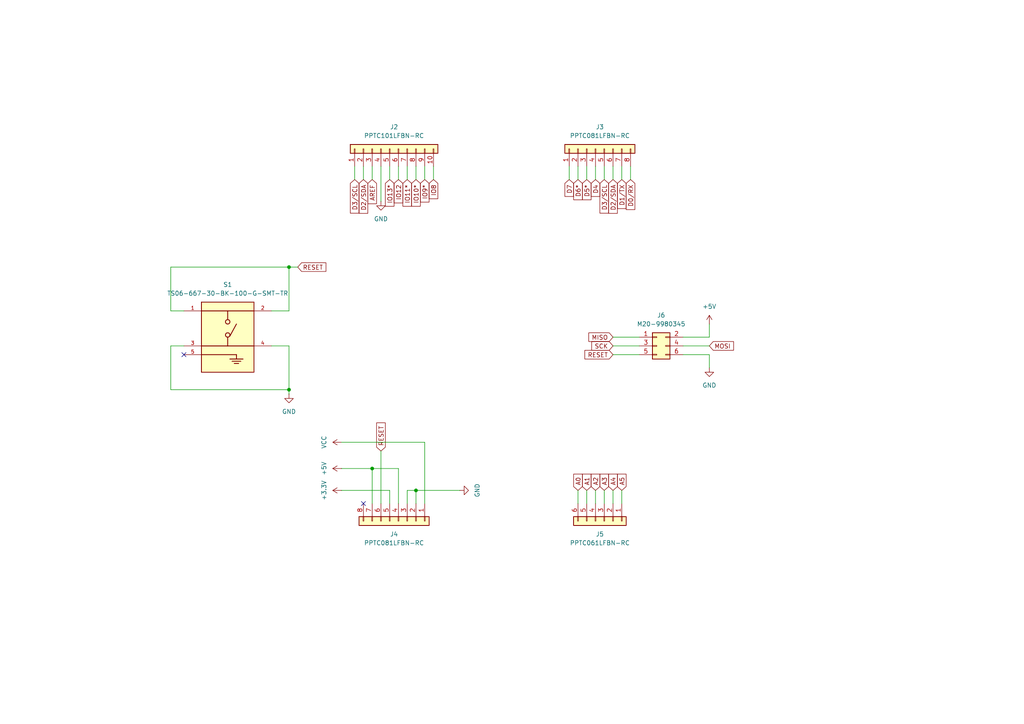
<source format=kicad_sch>
(kicad_sch (version 20231120) (generator "eeschema") (generator_version "8.0")
  (paper "A4")
  (title_block (title "Arduino Leonardo Headers") (date "2024-06-07") (rev "1") (company "Carlos Sabogal"))
  (lib_symbols
    (symbol "Arduino Leonardo:TS06-667-30-BK-100-G-SMT-TR" (pin_names (offset 1.016))
      (property "Reference" "S" (at -7.62 10.922 0))
      (property "Value" "TS06-667-30-BK-100-G-SMT-TR" (at -7.62 -10.922 0))
      (symbol "TS06-667-30-BK-100-G-SMT-TR_0_0"
        (rectangle (start -7.62 10.16) (end 7.62 -10.16) (stroke (width 0.254)) (fill (type background)))
        (polyline (pts (xy -7.62 -5.08) (xy 2.54 -5.08)) (stroke (width 0.254)))
        (polyline (pts (xy 0 -2.54) (xy -7.62 -2.54)) (stroke (width 0.254)))
        (polyline (pts (xy 0 -2.54) (xy 7.62 -2.54)) (stroke (width 0.254)))
        (polyline (pts (xy 0 0) (xy 0 -2.54)) (stroke (width 0.254)))
        (polyline (pts (xy 0 7.62) (xy -7.62 7.62)) (stroke (width 0.254)))
        (polyline (pts (xy 0 7.62) (xy 0 5.08)) (stroke (width 0.254)))
        (polyline (pts (xy 0 7.62) (xy 7.62 7.62)) (stroke (width 0.254)))
        (polyline (pts (xy 0.635 -6.35) (xy 2.54 -6.35)) (stroke (width 0.254)))
        (polyline (pts (xy 0.635 0.3175) (xy 2.54 3.81)) (stroke (width 0.254)))
        (polyline (pts (xy 1.27 -6.985) (xy 3.81 -6.985)) (stroke (width 0.254)))
        (polyline (pts (xy 1.905 -7.62) (xy 3.175 -7.62)) (stroke (width 0.254)))
        (polyline (pts (xy 2.54 -6.35) (xy 4.445 -6.35)) (stroke (width 0.254)))
        (polyline (pts (xy 2.54 -5.08) (xy 2.54 -6.35)) (stroke (width 0.254)))
        (circle (center 0 0.635) (radius 0.635) (stroke (width 0.254)))
        (circle (center 0 4.445) (radius 0.635) (stroke (width 0.254)))
        (pin passive line (at -12.7 7.62 0) (length 5.08) (name "~") (number "1"))
        (pin passive line (at 12.7 7.62 180) (length 5.08) (name "~") (number "2"))
        (pin passive line (at -12.7 -2.54 0) (length 5.08) (name "~") (number "3"))
        (pin passive line (at 12.7 -2.54 180) (length 5.08) (name "~") (number "4"))
        (pin passive line (at -12.7 -5.08 0) (length 5.08) (name "~") (number "5"))
      )
    )
    (symbol "Connector_Generic:Conn_01x06" (pin_names (offset 1.016) hide)
      (property "Reference" "J" (at 0 7.62 0))
      (property "Value" "Conn_01x06" (at 0 -10.16 0))
      (symbol "Conn_01x06_1_1"
        (rectangle (start -1.27 -7.493) (end 0 -7.747) (stroke (width 0.1524)))
        (rectangle (start -1.27 -4.953) (end 0 -5.207) (stroke (width 0.1524)))
        (rectangle (start -1.27 -2.413) (end 0 -2.667) (stroke (width 0.1524)))
        (rectangle (start -1.27 0.127) (end 0 -0.127) (stroke (width 0.1524)))
        (rectangle (start -1.27 2.667) (end 0 2.413) (stroke (width 0.1524)))
        (rectangle (start -1.27 5.207) (end 0 4.953) (stroke (width 0.1524)))
        (rectangle (start -1.27 6.35) (end 1.27 -8.89) (stroke (width 0.254)) (fill (type background)))
        (pin passive line (at -5.08 5.08 0) (length 3.81) (name "Pin_1") (number "1"))
        (pin passive line (at -5.08 2.54 0) (length 3.81) (name "Pin_2") (number "2"))
        (pin passive line (at -5.08 0 0) (length 3.81) (name "Pin_3") (number "3"))
        (pin passive line (at -5.08 -2.54 0) (length 3.81) (name "Pin_4") (number "4"))
        (pin passive line (at -5.08 -5.08 0) (length 3.81) (name "Pin_5") (number "5"))
        (pin passive line (at -5.08 -7.62 0) (length 3.81) (name "Pin_6") (number "6"))
      )
    )
    (symbol "Connector_Generic:Conn_01x08" (pin_names (offset 1.016) hide)
      (property "Reference" "J" (at 0 10.16 0))
      (property "Value" "Conn_01x08" (at 0 -12.7 0))
      (symbol "Conn_01x08_1_1"
        (rectangle (start -1.27 -10.033) (end 0 -10.287) (stroke (width 0.1524)))
        (rectangle (start -1.27 -7.493) (end 0 -7.747) (stroke (width 0.1524)))
        (rectangle (start -1.27 -4.953) (end 0 -5.207) (stroke (width 0.1524)))
        (rectangle (start -1.27 -2.413) (end 0 -2.667) (stroke (width 0.1524)))
        (rectangle (start -1.27 0.127) (end 0 -0.127) (stroke (width 0.1524)))
        (rectangle (start -1.27 2.667) (end 0 2.413) (stroke (width 0.1524)))
        (rectangle (start -1.27 5.207) (end 0 4.953) (stroke (width 0.1524)))
        (rectangle (start -1.27 7.747) (end 0 7.493) (stroke (width 0.1524)))
        (rectangle (start -1.27 8.89) (end 1.27 -11.43) (stroke (width 0.254)) (fill (type background)))
        (pin passive line (at -5.08 7.62 0) (length 3.81) (name "Pin_1") (number "1"))
        (pin passive line (at -5.08 5.08 0) (length 3.81) (name "Pin_2") (number "2"))
        (pin passive line (at -5.08 2.54 0) (length 3.81) (name "Pin_3") (number "3"))
        (pin passive line (at -5.08 0 0) (length 3.81) (name "Pin_4") (number "4"))
        (pin passive line (at -5.08 -2.54 0) (length 3.81) (name "Pin_5") (number "5"))
        (pin passive line (at -5.08 -5.08 0) (length 3.81) (name "Pin_6") (number "6"))
        (pin passive line (at -5.08 -7.62 0) (length 3.81) (name "Pin_7") (number "7"))
        (pin passive line (at -5.08 -10.16 0) (length 3.81) (name "Pin_8") (number "8"))
      )
    )
    (symbol "Connector_Generic:Conn_01x10" (pin_names (offset 1.016) hide)
      (property "Reference" "J" (at 0 12.7 0))
      (property "Value" "Conn_01x10" (at 0 -15.24 0))
      (symbol "Conn_01x10_1_1"
        (rectangle (start -1.27 -12.573) (end 0 -12.827) (stroke (width 0.1524)))
        (rectangle (start -1.27 -10.033) (end 0 -10.287) (stroke (width 0.1524)))
        (rectangle (start -1.27 -7.493) (end 0 -7.747) (stroke (width 0.1524)))
        (rectangle (start -1.27 -4.953) (end 0 -5.207) (stroke (width 0.1524)))
        (rectangle (start -1.27 -2.413) (end 0 -2.667) (stroke (width 0.1524)))
        (rectangle (start -1.27 0.127) (end 0 -0.127) (stroke (width 0.1524)))
        (rectangle (start -1.27 2.667) (end 0 2.413) (stroke (width 0.1524)))
        (rectangle (start -1.27 5.207) (end 0 4.953) (stroke (width 0.1524)))
        (rectangle (start -1.27 7.747) (end 0 7.493) (stroke (width 0.1524)))
        (rectangle (start -1.27 10.287) (end 0 10.033) (stroke (width 0.1524)))
        (rectangle (start -1.27 11.43) (end 1.27 -13.97) (stroke (width 0.254)) (fill (type background)))
        (pin passive line (at -5.08 10.16 0) (length 3.81) (name "Pin_1") (number "1"))
        (pin passive line (at -5.08 -12.7 0) (length 3.81) (name "Pin_10") (number "10"))
        (pin passive line (at -5.08 7.62 0) (length 3.81) (name "Pin_2") (number "2"))
        (pin passive line (at -5.08 5.08 0) (length 3.81) (name "Pin_3") (number "3"))
        (pin passive line (at -5.08 2.54 0) (length 3.81) (name "Pin_4") (number "4"))
        (pin passive line (at -5.08 0 0) (length 3.81) (name "Pin_5") (number "5"))
        (pin passive line (at -5.08 -2.54 0) (length 3.81) (name "Pin_6") (number "6"))
        (pin passive line (at -5.08 -5.08 0) (length 3.81) (name "Pin_7") (number "7"))
        (pin passive line (at -5.08 -7.62 0) (length 3.81) (name "Pin_8") (number "8"))
        (pin passive line (at -5.08 -10.16 0) (length 3.81) (name "Pin_9") (number "9"))
      )
    )
    (symbol "Connector_Generic:Conn_02x03_Odd_Even" (pin_names (offset 1.016) hide)
      (property "Reference" "J" (at 1.27 5.08 0))
      (property "Value" "Conn_02x03_Odd_Even" (at 1.27 -5.08 0))
      (symbol "Conn_02x03_Odd_Even_1_1"
        (rectangle (start -1.27 -2.413) (end 0 -2.667) (stroke (width 0.1524)))
        (rectangle (start -1.27 0.127) (end 0 -0.127) (stroke (width 0.1524)))
        (rectangle (start -1.27 2.667) (end 0 2.413) (stroke (width 0.1524)))
        (rectangle (start -1.27 3.81) (end 3.81 -3.81) (stroke (width 0.254)) (fill (type background)))
        (rectangle (start 3.81 -2.413) (end 2.54 -2.667) (stroke (width 0.1524)))
        (rectangle (start 3.81 0.127) (end 2.54 -0.127) (stroke (width 0.1524)))
        (rectangle (start 3.81 2.667) (end 2.54 2.413) (stroke (width 0.1524)))
        (pin passive line (at -5.08 2.54 0) (length 3.81) (name "Pin_1") (number "1"))
        (pin passive line (at 7.62 2.54 180) (length 3.81) (name "Pin_2") (number "2"))
        (pin passive line (at -5.08 0 0) (length 3.81) (name "Pin_3") (number "3"))
        (pin passive line (at 7.62 0 180) (length 3.81) (name "Pin_4") (number "4"))
        (pin passive line (at -5.08 -2.54 0) (length 3.81) (name "Pin_5") (number "5"))
        (pin passive line (at 7.62 -2.54 180) (length 3.81) (name "Pin_6") (number "6"))
      )
    )
    (symbol "power:+3.3V" (power) (pin_numbers hide) (pin_names (offset 0) hide)
      (property "Value" "+3.3V" (at 0 3.556 0))
      (symbol "+3.3V_0_1"
        (polyline (pts (xy -0.762 1.27) (xy 0 2.54)))
        (polyline (pts (xy 0 0) (xy 0 2.54)))
        (polyline (pts (xy 0 2.54) (xy 0.762 1.27)))
      )
      (symbol "+3.3V_1_1"
        (pin power_in line (at 0 0 90) (length 0) (name "~") (number "1"))
      )
    )
    (symbol "power:+5V" (power) (pin_numbers hide) (pin_names (offset 0) hide)
      (property "Value" "+5V" (at 0 3.556 0))
      (symbol "+5V_0_1"
        (polyline (pts (xy -0.762 1.27) (xy 0 2.54)))
        (polyline (pts (xy 0 0) (xy 0 2.54)))
        (polyline (pts (xy 0 2.54) (xy 0.762 1.27)))
      )
      (symbol "+5V_1_1"
        (pin power_in line (at 0 0 90) (length 0) (name "~") (number "1"))
      )
    )
    (symbol "power:GND" (power) (pin_numbers hide) (pin_names (offset 0) hide)
      (property "Value" "GND" (at 0 -3.81 0))
      (symbol "GND_0_1"
        (polyline (pts (xy 0 0) (xy 0 -1.27) (xy 1.27 -1.27) (xy 0 -2.54) (xy -1.27 -1.27) (xy 0 -1.27)))
      )
      (symbol "GND_1_1"
        (pin power_in line (at 0 0 270) (length 0) (name "~") (number "1"))
      )
    )
    (symbol "power:VCC" (power) (pin_numbers hide) (pin_names (offset 0) hide)
      (property "Value" "VCC" (at 0 3.556 0))
      (symbol "VCC_0_1"
        (polyline (pts (xy -0.762 1.27) (xy 0 2.54)))
        (polyline (pts (xy 0 0) (xy 0 2.54)))
        (polyline (pts (xy 0 2.54) (xy 0.762 1.27)))
      )
      (symbol "VCC_1_1"
        (pin power_in line (at 0 0 90) (length 0) (name "~") (number "1"))
      )
    )
  )
  (junction (at 83.82 77.47))
  (junction (at 83.82 113.03))
  (junction (at 120.65 142.24))
  (junction (at 107.95 135.89))
  (no_connect (at 53.34 102.87))
  (no_connect (at 105.41 146.05))
  (wire (pts (xy 113.03 48.26) (xy 113.03 52.07)))
  (wire (pts (xy 125.73 48.26) (xy 125.73 52.07)))
  (wire (pts (xy 105.41 52.07) (xy 105.41 48.26)))
  (wire (pts (xy 170.18 142.24) (xy 170.18 146.05)))
  (wire (pts (xy 118.11 48.26) (xy 118.11 52.07)))
  (wire (pts (xy 83.82 77.47) (xy 86.36 77.47)))
  (wire (pts (xy 182.88 48.26) (xy 182.88 52.07)))
  (wire (pts (xy 49.53 113.03) (xy 49.53 100.33)))
  (wire (pts (xy 165.1 48.26) (xy 165.1 52.07)))
  (wire (pts (xy 110.49 130.81) (xy 110.49 146.05)))
  (wire (pts (xy 83.82 90.17) (xy 78.74 90.17)))
  (wire (pts (xy 49.53 100.33) (xy 53.34 100.33)))
  (wire (pts (xy 180.34 146.05) (xy 180.34 142.24)))
  (wire (pts (xy 83.82 113.03) (xy 49.53 113.03)))
  (wire (pts (xy 99.06 135.89) (xy 107.95 135.89)))
  (wire (pts (xy 175.26 146.05) (xy 175.26 142.24)))
  (wire (pts (xy 115.57 135.89) (xy 107.95 135.89)))
  (wire (pts (xy 107.95 135.89) (xy 107.95 146.05)))
  (wire (pts (xy 123.19 128.27) (xy 123.19 146.05)))
  (wire (pts (xy 205.74 102.87) (xy 198.12 102.87)))
  (wire (pts (xy 175.26 52.07) (xy 175.26 48.26)))
  (wire (pts (xy 123.19 52.07) (xy 123.19 48.26)))
  (wire (pts (xy 49.53 77.47) (xy 83.82 77.47)))
  (wire (pts (xy 115.57 52.07) (xy 115.57 48.26)))
  (wire (pts (xy 172.72 48.26) (xy 172.72 52.07)))
  (wire (pts (xy 118.11 142.24) (xy 118.11 146.05)))
  (wire (pts (xy 133.35 142.24) (xy 120.65 142.24)))
  (wire (pts (xy 120.65 142.24) (xy 120.65 146.05)))
  (wire (pts (xy 78.74 100.33) (xy 83.82 100.33)))
  (wire (pts (xy 205.74 106.68) (xy 205.74 102.87)))
  (wire (pts (xy 177.8 97.79) (xy 185.42 97.79)))
  (wire (pts (xy 205.74 97.79) (xy 198.12 97.79)))
  (wire (pts (xy 205.74 97.79) (xy 205.74 93.98)))
  (wire (pts (xy 99.06 142.24) (xy 113.03 142.24)))
  (wire (pts (xy 99.06 128.27) (xy 123.19 128.27)))
  (wire (pts (xy 83.82 114.3) (xy 83.82 113.03)))
  (wire (pts (xy 113.03 142.24) (xy 113.03 146.05)))
  (wire (pts (xy 120.65 142.24) (xy 118.11 142.24)))
  (wire (pts (xy 177.8 100.33) (xy 185.42 100.33)))
  (wire (pts (xy 115.57 146.05) (xy 115.57 135.89)))
  (wire (pts (xy 120.65 48.26) (xy 120.65 52.07)))
  (wire (pts (xy 167.64 52.07) (xy 167.64 48.26)))
  (wire (pts (xy 177.8 102.87) (xy 185.42 102.87)))
  (wire (pts (xy 167.64 146.05) (xy 167.64 142.24)))
  (wire (pts (xy 180.34 52.07) (xy 180.34 48.26)))
  (wire (pts (xy 49.53 77.47) (xy 49.53 90.17)))
  (wire (pts (xy 177.8 48.26) (xy 177.8 52.07)))
  (wire (pts (xy 110.49 58.42) (xy 110.49 48.26)))
  (wire (pts (xy 172.72 142.24) (xy 172.72 146.05)))
  (wire (pts (xy 177.8 142.24) (xy 177.8 146.05)))
  (wire (pts (xy 102.87 48.26) (xy 102.87 52.07)))
  (wire (pts (xy 83.82 77.47) (xy 83.82 90.17)))
  (wire (pts (xy 107.95 48.26) (xy 107.95 52.07)))
  (wire (pts (xy 205.74 100.33) (xy 198.12 100.33)))
  (wire (pts (xy 170.18 48.26) (xy 170.18 52.07)))
  (wire (pts (xy 49.53 90.17) (xy 53.34 90.17)))
  (wire (pts (xy 83.82 100.33) (xy 83.82 113.03)))
  (global_label "RESET" (shape input) (at 110.49 130.81 90) (property "Intersheetrefs" "${INTERSHEET_REFS}" (effects (hide yes))))
  (global_label "MISO" (shape input) (at 177.8 97.79 180) (property "Intersheetrefs" "${INTERSHEET_REFS}" (effects (hide yes))))
  (global_label "IO12" (shape input) (at 115.57 52.07 270) (property "Intersheetrefs" "${INTERSHEET_REFS}" (effects (hide yes))))
  (global_label "RESET" (shape input) (at 86.36 77.47 0) (property "Intersheetrefs" "${INTERSHEET_REFS}" (effects (hide yes))))
  (global_label "RESET" (shape input) (at 177.8 102.87 180) (property "Intersheetrefs" "${INTERSHEET_REFS}" (effects (hide yes))))
  (global_label "A5" (shape input) (at 180.34 142.24 90) (property "Intersheetrefs" "${INTERSHEET_REFS}" (effects (hide yes))))
  (global_label "A2" (shape input) (at 172.72 142.24 90) (property "Intersheetrefs" "${INTERSHEET_REFS}" (effects (hide yes))))
  (global_label "A0" (shape input) (at 167.64 142.24 90) (property "Intersheetrefs" "${INTERSHEET_REFS}" (effects (hide yes))))
  (global_label "A1" (shape input) (at 170.18 142.24 90) (property "Intersheetrefs" "${INTERSHEET_REFS}" (effects (hide yes))))
  (global_label "D3{slash}SCL" (shape input) (at 175.26 52.07 270) (property "Intersheetrefs" "${INTERSHEET_REFS}" (effects (hide yes))))
  (global_label "AREF" (shape input) (at 107.95 52.07 270) (property "Intersheetrefs" "${INTERSHEET_REFS}" (effects (hide yes))))
  (global_label "D3{slash}SCL" (shape input) (at 102.87 52.07 270) (property "Intersheetrefs" "${INTERSHEET_REFS}" (effects (hide yes))))
  (global_label "IO11*" (shape input) (at 118.11 52.07 270) (property "Intersheetrefs" "${INTERSHEET_REFS}" (effects (hide yes))))
  (global_label "IO9*" (shape input) (at 123.19 52.07 270) (property "Intersheetrefs" "${INTERSHEET_REFS}" (effects (hide yes))))
  (global_label "D7" (shape input) (at 165.1 52.07 270) (property "Intersheetrefs" "${INTERSHEET_REFS}" (effects (hide yes))))
  (global_label "MOSI" (shape input) (at 205.74 100.33 0) (property "Intersheetrefs" "${INTERSHEET_REFS}" (effects (hide yes))))
  (global_label "IO13*" (shape input) (at 113.03 52.07 270) (property "Intersheetrefs" "${INTERSHEET_REFS}" (effects (hide yes))))
  (global_label "A4" (shape input) (at 177.8 142.24 90) (property "Intersheetrefs" "${INTERSHEET_REFS}" (effects (hide yes))))
  (global_label "SCK" (shape input) (at 177.8 100.33 180) (property "Intersheetrefs" "${INTERSHEET_REFS}" (effects (hide yes))))
  (global_label "D2{slash}SDA" (shape input) (at 177.8 52.07 270) (property "Intersheetrefs" "${INTERSHEET_REFS}" (effects (hide yes))))
  (global_label "D6*" (shape input) (at 167.64 52.07 270) (property "Intersheetrefs" "${INTERSHEET_REFS}" (effects (hide yes))))
  (global_label "D4" (shape input) (at 172.72 52.07 270) (property "Intersheetrefs" "${INTERSHEET_REFS}" (effects (hide yes))))
  (global_label "D2{slash}SDA" (shape input) (at 105.41 52.07 270) (property "Intersheetrefs" "${INTERSHEET_REFS}" (effects (hide yes))))
  (global_label "D0{slash}RX" (shape input) (at 182.88 52.07 270) (property "Intersheetrefs" "${INTERSHEET_REFS}" (effects (hide yes))))
  (global_label "D1{slash}TX" (shape input) (at 180.34 52.07 270) (property "Intersheetrefs" "${INTERSHEET_REFS}" (effects (hide yes))))
  (global_label "D5*" (shape input) (at 170.18 52.07 270) (property "Intersheetrefs" "${INTERSHEET_REFS}" (effects (hide yes))))
  (global_label "IO8" (shape input) (at 125.73 52.07 270) (property "Intersheetrefs" "${INTERSHEET_REFS}" (effects (hide yes))))
  (global_label "A3" (shape input) (at 175.26 142.24 90) (property "Intersheetrefs" "${INTERSHEET_REFS}" (effects (hide yes))))
  (global_label "IO10*" (shape input) (at 120.65 52.07 270) (property "Intersheetrefs" "${INTERSHEET_REFS}" (effects (hide yes))))
  (symbol (lib_id "power:VCC") (at 99.06 128.27 90) (mirror x) (unit 1)
    (property "Reference" "#PWR021" (effects (hide yes)))
    (property "Value" "VCC" (at 93.98 128.27 0))
    (property "Description" "Power symbol creates a global label with name \"VCC\"" (effects (hide yes)))
  )
  (symbol (lib_id "Connector_Generic:Conn_01x08") (at 172.72 43.18 90) (unit 1)
    (property "Reference" "J3" (at 173.99 36.83 90))
    (property "Value" "PPTC081LFBN-RC" (at 173.99 39.37 90))
    (property "Footprint" "Connector_PinSocket_2.54mm:PinSocket_1x08_P2.54mm_Vertical" (effects (hide yes)))
    (property "Description" "Generic connector, single row, 01x08, script generated (kicad-library-utils/schlib/autogen/connector/)" (effects (hide yes)))
  )
  (symbol (lib_id "power:GND") (at 133.35 142.24 90) (mirror x) (unit 1)
    (property "Reference" "#PWR024" (effects (hide yes)))
    (property "Value" "GND" (at 138.43 142.24 0))
    (property "Description" "Power symbol creates a global label with name \"GND\" , ground" (effects (hide yes)))
  )
  (symbol (lib_id "Connector_Generic:Conn_02x03_Odd_Even") (at 190.5 100.33 0) (unit 1)
    (property "Reference" "J6" (at 191.77 91.44 0))
    (property "Value" "M20-9980345" (at 191.77 93.98 0))
    (property "Footprint" "Connector_PinHeader_2.54mm:PinHeader_2x03_P2.54mm_Vertical" (effects (hide yes)))
    (property "Description" "Generic connector, double row, 02x03, odd/even pin numbering scheme (row 1 odd numbers, row 2 even numbers), script generated (kicad-library-utils/schlib/autogen/connector/)" (effects (hide yes)))
  )
  (symbol (lib_id "power:GND") (at 205.74 106.68 0) (unit 1)
    (property "Reference" "#PWR026" (effects (hide yes)))
    (property "Value" "GND" (at 205.74 111.76 0))
    (property "Description" "Power symbol creates a global label with name \"GND\" , ground" (effects (hide yes)))
  )
  (symbol (lib_id "power:GND") (at 83.82 114.3 0) (unit 1)
    (property "Reference" "#PWR027" (effects (hide yes)))
    (property "Value" "GND" (at 83.82 119.38 0))
    (property "Description" "Power symbol creates a global label with name \"GND\" , ground" (effects (hide yes)))
  )
  (symbol (lib_id "power:+5V") (at 99.06 135.89 90) (mirror x) (unit 1)
    (property "Reference" "#PWR022" (effects (hide yes)))
    (property "Value" "+5V" (at 93.98 135.89 0))
    (property "Description" "Power symbol creates a global label with name \"+5V\"" (effects (hide yes)))
  )
  (symbol (lib_id "Connector_Generic:Conn_01x08") (at 115.57 151.13 270) (unit 1)
    (property "Reference" "J4" (at 114.3 154.94 90))
    (property "Value" "PPTC081LFBN-RC" (at 114.3 157.48 90))
    (property "Footprint" "Connector_PinSocket_2.54mm:PinSocket_1x08_P2.54mm_Vertical" (effects (hide yes)))
    (property "Description" "Generic connector, single row, 01x08, script generated (kicad-library-utils/schlib/autogen/connector/)" (effects (hide yes)))
  )
  (symbol (lib_id "Connector_Generic:Conn_01x10") (at 113.03 43.18 90) (unit 1)
    (property "Reference" "J2" (at 114.3 36.83 90))
    (property "Value" "PPTC101LFBN-RC" (at 114.3 39.37 90))
    (property "Footprint" "Connector_PinSocket_2.54mm:PinSocket_1x10_P2.54mm_Vertical" (effects (hide yes)))
    (property "Description" "Generic connector, single row, 01x10, script generated (kicad-library-utils/schlib/autogen/connector/)" (effects (hide yes)))
  )
  (symbol (lib_id "Arduino Leonardo:TS06-667-30-BK-100-G-SMT-TR") (at 66.04 97.79 0) (unit 1)
    (property "Reference" "S1" (at 66.04 82.55 0))
    (property "Value" "TS06-667-30-BK-100-G-SMT-TR" (at 66.04 85.09 0))
    (property "Footprint" "Arduino Leonardo:SW_TS06-667-30-BK-100-G-SMT-TR" (effects (hide yes)))
    (property "PARTREV" "1.0" (effects (hide yes)))
    (property "MANUFACTURER" "Cui Devices" (effects (hide yes)))
    (property "MAXIMUM_PACKAGE_HEIGHT" "2.6 mm" (effects (hide yes)))
  )
  (symbol (lib_id "power:+3.3V") (at 99.06 142.24 90) (mirror x) (unit 1)
    (property "Reference" "#PWR023" (effects (hide yes)))
    (property "Value" "+3.3V" (at 93.98 142.24 0))
    (property "Description" "Power symbol creates a global label with name \"+3.3V\"" (effects (hide yes)))
  )
  (symbol (lib_id "power:+5V") (at 205.74 93.98 0) (unit 1)
    (property "Reference" "#PWR025" (effects (hide yes)))
    (property "Value" "+5V" (at 205.74 88.9 0))
    (property "Description" "Power symbol creates a global label with name \"+5V\"" (effects (hide yes)))
  )
  (symbol (lib_id "power:GND") (at 110.49 58.42 0) (unit 1)
    (property "Reference" "#PWR020" (effects (hide yes)))
    (property "Value" "GND" (at 110.49 63.5 0))
    (property "Description" "Power symbol creates a global label with name \"GND\" , ground" (effects (hide yes)))
  )
  (symbol (lib_id "Connector_Generic:Conn_01x06") (at 175.26 151.13 270) (unit 1)
    (property "Reference" "J5" (at 173.99 154.94 90))
    (property "Value" "PPTC061LFBN-RC" (at 173.99 157.48 90))
    (property "Footprint" "Connector_PinSocket_2.54mm:PinSocket_1x06_P2.54mm_Vertical" (effects (hide yes)))
    (property "Description" "Generic connector, single row, 01x06, script generated (kicad-library-utils/schlib/autogen/connector/)" (effects (hide yes)))
  )
)
</source>
